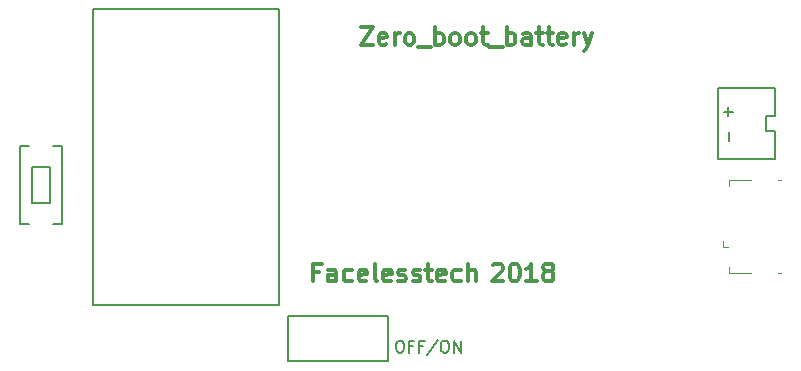
<source format=gbr>
G04 #@! TF.GenerationSoftware,KiCad,Pcbnew,5.0.0+dfsg1-2~bpo9+1*
G04 #@! TF.CreationDate,2018-10-04T21:41:33+01:00*
G04 #@! TF.ProjectId,rpi_pogo_battery_black,7270695F706F676F5F62617474657279,rev?*
G04 #@! TF.SameCoordinates,Original*
G04 #@! TF.FileFunction,Legend,Top*
G04 #@! TF.FilePolarity,Positive*
%FSLAX46Y46*%
G04 Gerber Fmt 4.6, Leading zero omitted, Abs format (unit mm)*
G04 Created by KiCad (PCBNEW 5.0.0+dfsg1-2~bpo9+1) date Thu Oct  4 21:41:33 2018*
%MOMM*%
%LPD*%
G01*
G04 APERTURE LIST*
%ADD10C,0.300000*%
%ADD11C,0.175000*%
%ADD12C,0.150000*%
%ADD13C,0.120000*%
G04 APERTURE END LIST*
D10*
X150539085Y-83227171D02*
X151539085Y-83227171D01*
X150539085Y-84727171D01*
X151539085Y-84727171D01*
X152681942Y-84655742D02*
X152539085Y-84727171D01*
X152253371Y-84727171D01*
X152110514Y-84655742D01*
X152039085Y-84512885D01*
X152039085Y-83941457D01*
X152110514Y-83798600D01*
X152253371Y-83727171D01*
X152539085Y-83727171D01*
X152681942Y-83798600D01*
X152753371Y-83941457D01*
X152753371Y-84084314D01*
X152039085Y-84227171D01*
X153396228Y-84727171D02*
X153396228Y-83727171D01*
X153396228Y-84012885D02*
X153467657Y-83870028D01*
X153539085Y-83798600D01*
X153681942Y-83727171D01*
X153824800Y-83727171D01*
X154539085Y-84727171D02*
X154396228Y-84655742D01*
X154324800Y-84584314D01*
X154253371Y-84441457D01*
X154253371Y-84012885D01*
X154324800Y-83870028D01*
X154396228Y-83798600D01*
X154539085Y-83727171D01*
X154753371Y-83727171D01*
X154896228Y-83798600D01*
X154967657Y-83870028D01*
X155039085Y-84012885D01*
X155039085Y-84441457D01*
X154967657Y-84584314D01*
X154896228Y-84655742D01*
X154753371Y-84727171D01*
X154539085Y-84727171D01*
X155324800Y-84870028D02*
X156467657Y-84870028D01*
X156824800Y-84727171D02*
X156824800Y-83227171D01*
X156824800Y-83798600D02*
X156967657Y-83727171D01*
X157253371Y-83727171D01*
X157396228Y-83798600D01*
X157467657Y-83870028D01*
X157539085Y-84012885D01*
X157539085Y-84441457D01*
X157467657Y-84584314D01*
X157396228Y-84655742D01*
X157253371Y-84727171D01*
X156967657Y-84727171D01*
X156824800Y-84655742D01*
X158396228Y-84727171D02*
X158253371Y-84655742D01*
X158181942Y-84584314D01*
X158110514Y-84441457D01*
X158110514Y-84012885D01*
X158181942Y-83870028D01*
X158253371Y-83798600D01*
X158396228Y-83727171D01*
X158610514Y-83727171D01*
X158753371Y-83798600D01*
X158824800Y-83870028D01*
X158896228Y-84012885D01*
X158896228Y-84441457D01*
X158824800Y-84584314D01*
X158753371Y-84655742D01*
X158610514Y-84727171D01*
X158396228Y-84727171D01*
X159753371Y-84727171D02*
X159610514Y-84655742D01*
X159539085Y-84584314D01*
X159467657Y-84441457D01*
X159467657Y-84012885D01*
X159539085Y-83870028D01*
X159610514Y-83798600D01*
X159753371Y-83727171D01*
X159967657Y-83727171D01*
X160110514Y-83798600D01*
X160181942Y-83870028D01*
X160253371Y-84012885D01*
X160253371Y-84441457D01*
X160181942Y-84584314D01*
X160110514Y-84655742D01*
X159967657Y-84727171D01*
X159753371Y-84727171D01*
X160681942Y-83727171D02*
X161253371Y-83727171D01*
X160896228Y-83227171D02*
X160896228Y-84512885D01*
X160967657Y-84655742D01*
X161110514Y-84727171D01*
X161253371Y-84727171D01*
X161396228Y-84870028D02*
X162539085Y-84870028D01*
X162896228Y-84727171D02*
X162896228Y-83227171D01*
X162896228Y-83798600D02*
X163039085Y-83727171D01*
X163324800Y-83727171D01*
X163467657Y-83798600D01*
X163539085Y-83870028D01*
X163610514Y-84012885D01*
X163610514Y-84441457D01*
X163539085Y-84584314D01*
X163467657Y-84655742D01*
X163324800Y-84727171D01*
X163039085Y-84727171D01*
X162896228Y-84655742D01*
X164896228Y-84727171D02*
X164896228Y-83941457D01*
X164824800Y-83798600D01*
X164681942Y-83727171D01*
X164396228Y-83727171D01*
X164253371Y-83798600D01*
X164896228Y-84655742D02*
X164753371Y-84727171D01*
X164396228Y-84727171D01*
X164253371Y-84655742D01*
X164181942Y-84512885D01*
X164181942Y-84370028D01*
X164253371Y-84227171D01*
X164396228Y-84155742D01*
X164753371Y-84155742D01*
X164896228Y-84084314D01*
X165396228Y-83727171D02*
X165967657Y-83727171D01*
X165610514Y-83227171D02*
X165610514Y-84512885D01*
X165681942Y-84655742D01*
X165824800Y-84727171D01*
X165967657Y-84727171D01*
X166253371Y-83727171D02*
X166824800Y-83727171D01*
X166467657Y-83227171D02*
X166467657Y-84512885D01*
X166539085Y-84655742D01*
X166681942Y-84727171D01*
X166824800Y-84727171D01*
X167896228Y-84655742D02*
X167753371Y-84727171D01*
X167467657Y-84727171D01*
X167324800Y-84655742D01*
X167253371Y-84512885D01*
X167253371Y-83941457D01*
X167324800Y-83798600D01*
X167467657Y-83727171D01*
X167753371Y-83727171D01*
X167896228Y-83798600D01*
X167967657Y-83941457D01*
X167967657Y-84084314D01*
X167253371Y-84227171D01*
X168610514Y-84727171D02*
X168610514Y-83727171D01*
X168610514Y-84012885D02*
X168681942Y-83870028D01*
X168753371Y-83798600D01*
X168896228Y-83727171D01*
X169039085Y-83727171D01*
X169396228Y-83727171D02*
X169753371Y-84727171D01*
X170110514Y-83727171D02*
X169753371Y-84727171D01*
X169610514Y-85084314D01*
X169539085Y-85155742D01*
X169396228Y-85227171D01*
X161690371Y-103385228D02*
X161761800Y-103313800D01*
X161904657Y-103242371D01*
X162261800Y-103242371D01*
X162404657Y-103313800D01*
X162476085Y-103385228D01*
X162547514Y-103528085D01*
X162547514Y-103670942D01*
X162476085Y-103885228D01*
X161618942Y-104742371D01*
X162547514Y-104742371D01*
X163476085Y-103242371D02*
X163618942Y-103242371D01*
X163761800Y-103313800D01*
X163833228Y-103385228D01*
X163904657Y-103528085D01*
X163976085Y-103813800D01*
X163976085Y-104170942D01*
X163904657Y-104456657D01*
X163833228Y-104599514D01*
X163761800Y-104670942D01*
X163618942Y-104742371D01*
X163476085Y-104742371D01*
X163333228Y-104670942D01*
X163261800Y-104599514D01*
X163190371Y-104456657D01*
X163118942Y-104170942D01*
X163118942Y-103813800D01*
X163190371Y-103528085D01*
X163261800Y-103385228D01*
X163333228Y-103313800D01*
X163476085Y-103242371D01*
X165404657Y-104742371D02*
X164547514Y-104742371D01*
X164976085Y-104742371D02*
X164976085Y-103242371D01*
X164833228Y-103456657D01*
X164690371Y-103599514D01*
X164547514Y-103670942D01*
X166261800Y-103885228D02*
X166118942Y-103813800D01*
X166047514Y-103742371D01*
X165976085Y-103599514D01*
X165976085Y-103528085D01*
X166047514Y-103385228D01*
X166118942Y-103313800D01*
X166261800Y-103242371D01*
X166547514Y-103242371D01*
X166690371Y-103313800D01*
X166761800Y-103385228D01*
X166833228Y-103528085D01*
X166833228Y-103599514D01*
X166761800Y-103742371D01*
X166690371Y-103813800D01*
X166547514Y-103885228D01*
X166261800Y-103885228D01*
X166118942Y-103956657D01*
X166047514Y-104028085D01*
X165976085Y-104170942D01*
X165976085Y-104456657D01*
X166047514Y-104599514D01*
X166118942Y-104670942D01*
X166261800Y-104742371D01*
X166547514Y-104742371D01*
X166690371Y-104670942D01*
X166761800Y-104599514D01*
X166833228Y-104456657D01*
X166833228Y-104170942D01*
X166761800Y-104028085D01*
X166690371Y-103956657D01*
X166547514Y-103885228D01*
X146997742Y-103956657D02*
X146497742Y-103956657D01*
X146497742Y-104742371D02*
X146497742Y-103242371D01*
X147212028Y-103242371D01*
X148426314Y-104742371D02*
X148426314Y-103956657D01*
X148354885Y-103813800D01*
X148212028Y-103742371D01*
X147926314Y-103742371D01*
X147783457Y-103813800D01*
X148426314Y-104670942D02*
X148283457Y-104742371D01*
X147926314Y-104742371D01*
X147783457Y-104670942D01*
X147712028Y-104528085D01*
X147712028Y-104385228D01*
X147783457Y-104242371D01*
X147926314Y-104170942D01*
X148283457Y-104170942D01*
X148426314Y-104099514D01*
X149783457Y-104670942D02*
X149640600Y-104742371D01*
X149354885Y-104742371D01*
X149212028Y-104670942D01*
X149140600Y-104599514D01*
X149069171Y-104456657D01*
X149069171Y-104028085D01*
X149140600Y-103885228D01*
X149212028Y-103813800D01*
X149354885Y-103742371D01*
X149640600Y-103742371D01*
X149783457Y-103813800D01*
X150997742Y-104670942D02*
X150854885Y-104742371D01*
X150569171Y-104742371D01*
X150426314Y-104670942D01*
X150354885Y-104528085D01*
X150354885Y-103956657D01*
X150426314Y-103813800D01*
X150569171Y-103742371D01*
X150854885Y-103742371D01*
X150997742Y-103813800D01*
X151069171Y-103956657D01*
X151069171Y-104099514D01*
X150354885Y-104242371D01*
X151926314Y-104742371D02*
X151783457Y-104670942D01*
X151712028Y-104528085D01*
X151712028Y-103242371D01*
X153069171Y-104670942D02*
X152926314Y-104742371D01*
X152640600Y-104742371D01*
X152497742Y-104670942D01*
X152426314Y-104528085D01*
X152426314Y-103956657D01*
X152497742Y-103813800D01*
X152640600Y-103742371D01*
X152926314Y-103742371D01*
X153069171Y-103813800D01*
X153140600Y-103956657D01*
X153140600Y-104099514D01*
X152426314Y-104242371D01*
X153712028Y-104670942D02*
X153854885Y-104742371D01*
X154140600Y-104742371D01*
X154283457Y-104670942D01*
X154354885Y-104528085D01*
X154354885Y-104456657D01*
X154283457Y-104313800D01*
X154140600Y-104242371D01*
X153926314Y-104242371D01*
X153783457Y-104170942D01*
X153712028Y-104028085D01*
X153712028Y-103956657D01*
X153783457Y-103813800D01*
X153926314Y-103742371D01*
X154140600Y-103742371D01*
X154283457Y-103813800D01*
X154926314Y-104670942D02*
X155069171Y-104742371D01*
X155354885Y-104742371D01*
X155497742Y-104670942D01*
X155569171Y-104528085D01*
X155569171Y-104456657D01*
X155497742Y-104313800D01*
X155354885Y-104242371D01*
X155140600Y-104242371D01*
X154997742Y-104170942D01*
X154926314Y-104028085D01*
X154926314Y-103956657D01*
X154997742Y-103813800D01*
X155140600Y-103742371D01*
X155354885Y-103742371D01*
X155497742Y-103813800D01*
X155997742Y-103742371D02*
X156569171Y-103742371D01*
X156212028Y-103242371D02*
X156212028Y-104528085D01*
X156283457Y-104670942D01*
X156426314Y-104742371D01*
X156569171Y-104742371D01*
X157640600Y-104670942D02*
X157497742Y-104742371D01*
X157212028Y-104742371D01*
X157069171Y-104670942D01*
X156997742Y-104528085D01*
X156997742Y-103956657D01*
X157069171Y-103813800D01*
X157212028Y-103742371D01*
X157497742Y-103742371D01*
X157640600Y-103813800D01*
X157712028Y-103956657D01*
X157712028Y-104099514D01*
X156997742Y-104242371D01*
X158997742Y-104670942D02*
X158854885Y-104742371D01*
X158569171Y-104742371D01*
X158426314Y-104670942D01*
X158354885Y-104599514D01*
X158283457Y-104456657D01*
X158283457Y-104028085D01*
X158354885Y-103885228D01*
X158426314Y-103813800D01*
X158569171Y-103742371D01*
X158854885Y-103742371D01*
X158997742Y-103813800D01*
X159640600Y-104742371D02*
X159640600Y-103242371D01*
X160283457Y-104742371D02*
X160283457Y-103956657D01*
X160212028Y-103813800D01*
X160069171Y-103742371D01*
X159854885Y-103742371D01*
X159712028Y-103813800D01*
X159640600Y-103885228D01*
D11*
X153736990Y-109764580D02*
X153927466Y-109764580D01*
X154022704Y-109812200D01*
X154117942Y-109907438D01*
X154165561Y-110097914D01*
X154165561Y-110431247D01*
X154117942Y-110621723D01*
X154022704Y-110716961D01*
X153927466Y-110764580D01*
X153736990Y-110764580D01*
X153641752Y-110716961D01*
X153546514Y-110621723D01*
X153498895Y-110431247D01*
X153498895Y-110097914D01*
X153546514Y-109907438D01*
X153641752Y-109812200D01*
X153736990Y-109764580D01*
X154927466Y-110240771D02*
X154594133Y-110240771D01*
X154594133Y-110764580D02*
X154594133Y-109764580D01*
X155070323Y-109764580D01*
X155784609Y-110240771D02*
X155451276Y-110240771D01*
X155451276Y-110764580D02*
X155451276Y-109764580D01*
X155927466Y-109764580D01*
X157022704Y-109716961D02*
X156165561Y-111002676D01*
X157546514Y-109764580D02*
X157736990Y-109764580D01*
X157832228Y-109812200D01*
X157927466Y-109907438D01*
X157975085Y-110097914D01*
X157975085Y-110431247D01*
X157927466Y-110621723D01*
X157832228Y-110716961D01*
X157736990Y-110764580D01*
X157546514Y-110764580D01*
X157451276Y-110716961D01*
X157356038Y-110621723D01*
X157308419Y-110431247D01*
X157308419Y-110097914D01*
X157356038Y-109907438D01*
X157451276Y-109812200D01*
X157546514Y-109764580D01*
X158403657Y-110764580D02*
X158403657Y-109764580D01*
X158975085Y-110764580D01*
X158975085Y-109764580D01*
D12*
G04 #@! TO.C,U2*
X183159400Y-94373700D02*
X180746400Y-94373700D01*
X180746400Y-94373700D02*
X180746400Y-88404700D01*
X180746400Y-88404700D02*
X185572400Y-88404700D01*
X185572400Y-94373700D02*
X183159400Y-94373700D01*
X185572400Y-92024200D02*
X184810400Y-92024200D01*
X184810400Y-92024200D02*
X184810400Y-90754200D01*
X184810400Y-90754200D02*
X185572400Y-90754200D01*
X185572400Y-88404700D02*
X185572400Y-90754200D01*
X185572400Y-92024200D02*
X185572400Y-94373700D01*
G04 #@! TO.C,SW1*
X152844500Y-111506000D02*
X152844500Y-107696000D01*
X152844500Y-107696000D02*
X144335500Y-107696000D01*
X144335500Y-107696000D02*
X144335500Y-111506000D01*
X144335500Y-111506000D02*
X152844500Y-111506000D01*
D13*
G04 #@! TO.C,J1*
X181703200Y-104001400D02*
X181703200Y-103551400D01*
X183553200Y-104001400D02*
X181703200Y-104001400D01*
X186103200Y-96201400D02*
X185853200Y-96201400D01*
X186103200Y-104001400D02*
X185853200Y-104001400D01*
X183553200Y-96201400D02*
X181703200Y-96201400D01*
X181703200Y-96201400D02*
X181703200Y-96651400D01*
X181153200Y-101801400D02*
X181153200Y-101351400D01*
X181153200Y-101801400D02*
X181603200Y-101801400D01*
D12*
G04 #@! TO.C,SW2*
X124206000Y-95046800D02*
X122682000Y-95046800D01*
X122682000Y-95046800D02*
X122682000Y-98094800D01*
X122682000Y-98094800D02*
X124206000Y-98094800D01*
X124206000Y-98094800D02*
X124206000Y-95046800D01*
X122428000Y-93268800D02*
X121666000Y-93268800D01*
X121666000Y-93268800D02*
X121666000Y-99872800D01*
X121666000Y-99872800D02*
X122428000Y-99872800D01*
X125222000Y-93268800D02*
X124460000Y-93268800D01*
X125222000Y-93268800D02*
X125222000Y-99872800D01*
X125222000Y-99872800D02*
X124460000Y-99872800D01*
G04 #@! TO.C,U1*
X135763000Y-106705400D02*
X143637000Y-106705400D01*
X143637000Y-106705400D02*
X143637000Y-81686400D01*
X143637000Y-81686400D02*
X127889000Y-81686400D01*
X127889000Y-81686400D02*
X127889000Y-106705400D01*
X127889000Y-106705400D02*
X135763000Y-106705400D01*
G04 #@! TO.C,U2*
X181643328Y-90754152D02*
X181643328Y-89992247D01*
X182024280Y-90373200D02*
X181262376Y-90373200D01*
X181675019Y-92849652D02*
X181675019Y-92087747D01*
G04 #@! TD*
M02*

</source>
